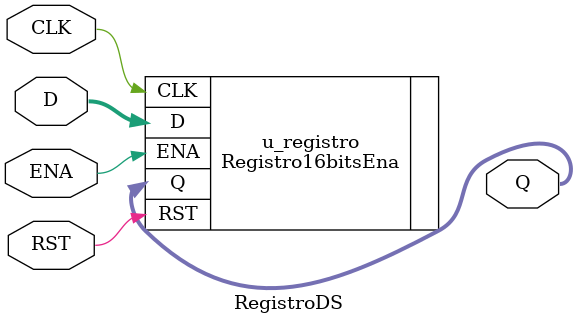
<source format=v>

module RegistroDS (
    input CLK, RST, ENA,
    input [15:0] D,
    output [15:0] Q
);
    Registro16bitsEna #(.RESET_VALUE(16'h0000)) u_registro (
        .CLK(CLK),
        .RST(RST),
        .ENA(ENA),
        .D(D),
        .Q(Q)
    );
endmodule

</source>
